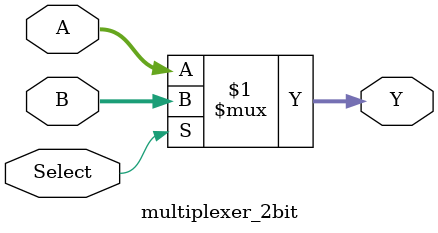
<source format=v>

`timescale 1ns/1ns

module multiplexer_2bit (
    input wire [1:0] A,           // 2-bit Input A
    input wire [1:0] B,           // 2-bit Input B
    input wire Select,        // Select signal
    output wire [1:0] Y           // 2-bit Output
);

    // Multiplexer logic: If Select_bit is 1, S = B; If Select_bit is 0, S = A
    assign Y = (Select) ? B : A;

endmodule





</source>
